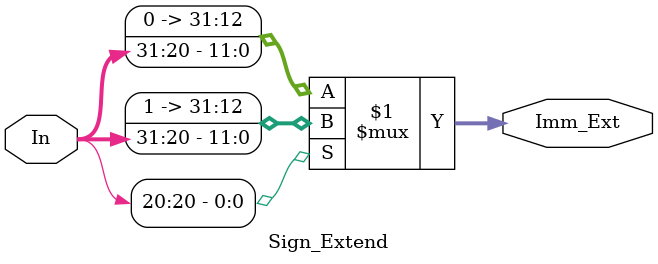
<source format=v>
module Sign_Extend(In, Imm_Ext);
	input [31:0] In;
	output [31:0] Imm_Ext;
	
	assign Imm_Ext = (In[20]) ? {{20{1'b1}}, In[31:20]} : {{20{1'b0}}, In[31:20]};
	 
endmodule

</source>
